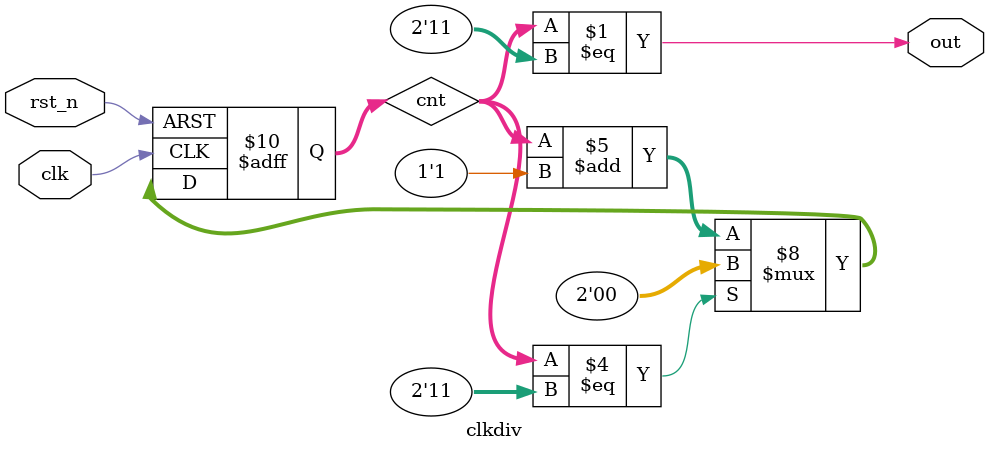
<source format=v>
module clkdiv #(
    parameter F0 = 50_000_000,
    parameter F1 = 12_500_000
)(
    input  wire clk,
    input  wire rst_n,
    output wire out
);

localparam CNT_WIDTH = $clog2(F0 / F1);
localparam CNT_MAX = (F0 / F1) - 1;

reg [CNT_WIDTH-1:0] cnt = 0;

assign out = (cnt == CNT_MAX);

always @( posedge clk or negedge rst_n ) begin
    if ( !rst_n )
        cnt <= {CNT_WIDTH{1'b0}};
    else if ( cnt == CNT_MAX )
        cnt <= {CNT_WIDTH{1'b0}};
    else
        cnt <= cnt + 1'b1;
end

endmodule

</source>
